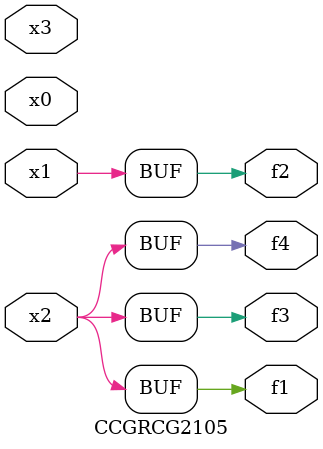
<source format=v>
module CCGRCG2105(
	input x0, x1, x2, x3,
	output f1, f2, f3, f4
);
	assign f1 = x2;
	assign f2 = x1;
	assign f3 = x2;
	assign f4 = x2;
endmodule

</source>
